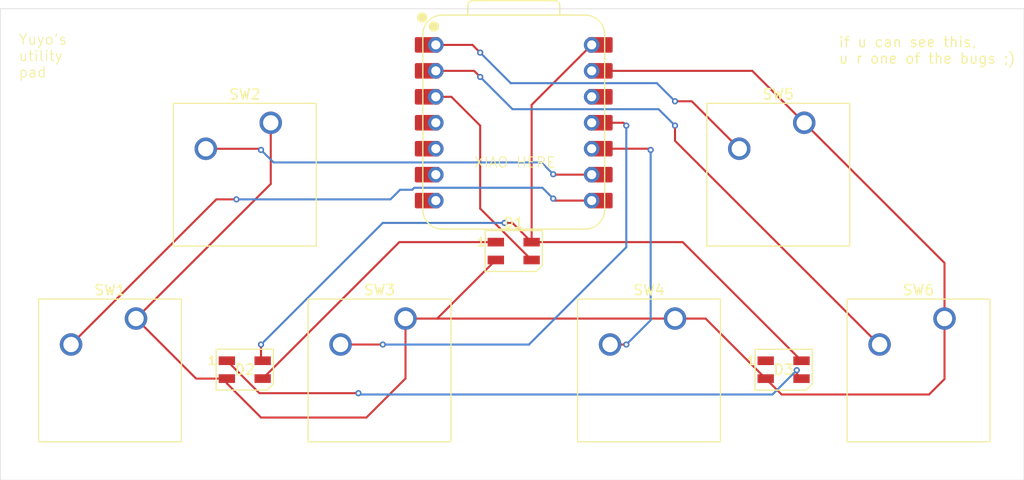
<source format=kicad_pcb>
(kicad_pcb (version 20241229) (generator "pcbnew") (generator_version "9.0")
  (layers (0 "F.Cu" signal) (2 "B.Cu" signal) (13 "F.Paste" user) (15 "B.Paste" user) (5 "F.SilkS" user "F.Silkscreen") (7 "B.SilkS" user "B.Silkscreen") (1 "F.Mask" user) (3 "B.Mask" user) (25 "Edge.Cuts" user))
  (net 0 "")
  (net 1 "GND")
  (net 2 "+5V")
  (net 3 "Net-(D1-DOUT)")
  (net 4 "Net-(D1-DIN)")
  (net 5 "Net-(D2-DOUT)")
  (net 7 "Net-(U1-GPIO1{slash}RX)")
  (net 8 "Net-(U1-GPIO2{slash}SCK)")
  (net 9 "Net-(U1-GPIO4{slash}MISO)")
  (net 10 "Net-(U1-GPIO3{slash}MOSI)")
  (net 11 "Net-(U1-GPIO26{slash}ADC0{slash}A0)")
  (net 12 "Net-(U1-GPIO27{slash}ADC1{slash}A1)")
  (footprint "Button_Switch_Keyboard:SW_Cherry_MX_1.00u_PCB" (layer "F.Cu") (at 204.94625 95.087756)
    (property "Reference" "SW6" (at -2.54 -2.794 0) (layer "F.SilkS"))
    (property "Value" "SW_Push")
    (fp_line (start -9.525 -1.905) (end 4.445 -1.905) (stroke (width 0.12)) (layer "F.SilkS"))
    (fp_line (start -9.525 12.065) (end -9.525 -1.905) (stroke (width 0.12)) (layer "F.SilkS"))
    (fp_line (start 4.445 -1.905) (end 4.445 12.065) (stroke (width 0.12)) (layer "F.SilkS"))
    (fp_line (start 4.445 12.065) (end -9.525 12.065) (stroke (width 0.12)) (layer "F.SilkS"))
    (pad "" np_thru_hole circle (at -7.62 5.08) (size 1.7 1.7) (drill 1.7) (layers "*.Cu" "*.Mask"))
    (pad "" np_thru_hole circle (at -2.54 5.08) (size 4 4) (drill 4) (layers "*.Cu" "*.Mask"))
    (pad "" np_thru_hole circle (at 2.54 5.08) (size 1.7 1.7) (drill 1.7) (layers "*.Cu" "*.Mask"))
    (pad "1" thru_hole circle (at 0 0) (size 2.2 2.2) (drill 1.5) (layers "*.Cu" "*.Mask") (net 1 "GND"))
    (pad "2" thru_hole circle (at -6.35 2.54) (size 2.2 2.2) (drill 1.5) (layers "*.Cu" "*.Mask") (net 12 "Net-(U1-GPIO27{slash}ADC1{slash}A1)"))
  )
  (footprint "Button_Switch_Keyboard:SW_Cherry_MX_1.00u_PCB" (layer "F.Cu") (at 125.889177 95.087756)
    (property "Reference" "SW1" (at -2.54 -2.794 0) (layer "F.SilkS"))
    (property "Value" "SW_Push")
    (fp_line (start -9.525 -1.905) (end 4.445 -1.905) (stroke (width 0.12)) (layer "F.SilkS"))
    (fp_line (start -9.525 12.065) (end -9.525 -1.905) (stroke (width 0.12)) (layer "F.SilkS"))
    (fp_line (start 4.445 -1.905) (end 4.445 12.065) (stroke (width 0.12)) (layer "F.SilkS"))
    (fp_line (start 4.445 12.065) (end -9.525 12.065) (stroke (width 0.12)) (layer "F.SilkS"))
    (pad "" np_thru_hole circle (at -7.62 5.08) (size 1.7 1.7) (drill 1.7) (layers "*.Cu" "*.Mask"))
    (pad "" np_thru_hole circle (at -2.54 5.08) (size 4 4) (drill 4) (layers "*.Cu" "*.Mask"))
    (pad "" np_thru_hole circle (at 2.54 5.08) (size 1.7 1.7) (drill 1.7) (layers "*.Cu" "*.Mask"))
    (pad "1" thru_hole circle (at 0 0) (size 2.2 2.2) (drill 1.5) (layers "*.Cu" "*.Mask") (net 1 "GND"))
    (pad "2" thru_hole circle (at -6.35 2.54) (size 2.2 2.2) (drill 1.5) (layers "*.Cu" "*.Mask") (net 7 "Net-(U1-GPIO1{slash}RX)"))
  )
  (footprint "Button_Switch_Keyboard:SW_Cherry_MX_1.00u_PCB" (layer "F.Cu") (at 139.065356 75.926871)
    (property "Reference" "SW2" (at -2.54 -2.794 0) (layer "F.SilkS"))
    (property "Value" "SW_Push")
    (fp_line (start -9.525 -1.905) (end 4.445 -1.905) (stroke (width 0.12)) (layer "F.SilkS"))
    (fp_line (start -9.525 12.065) (end -9.525 -1.905) (stroke (width 0.12)) (layer "F.SilkS"))
    (fp_line (start 4.445 -1.905) (end 4.445 12.065) (stroke (width 0.12)) (layer "F.SilkS"))
    (fp_line (start 4.445 12.065) (end -9.525 12.065) (stroke (width 0.12)) (layer "F.SilkS"))
    (pad "" np_thru_hole circle (at -7.62 5.08) (size 1.7 1.7) (drill 1.7) (layers "*.Cu" "*.Mask"))
    (pad "" np_thru_hole circle (at -2.54 5.08) (size 4 4) (drill 4) (layers "*.Cu" "*.Mask"))
    (pad "" np_thru_hole circle (at 2.54 5.08) (size 1.7 1.7) (drill 1.7) (layers "*.Cu" "*.Mask"))
    (pad "1" thru_hole circle (at 0 0) (size 2.2 2.2) (drill 1.5) (layers "*.Cu" "*.Mask") (net 1 "GND"))
    (pad "2" thru_hole circle (at -6.35 2.54) (size 2.2 2.2) (drill 1.5) (layers "*.Cu" "*.Mask") (net 8 "Net-(U1-GPIO2{slash}SCK)"))
  )
  (footprint "Button_Switch_Keyboard:SW_Cherry_MX_1.00u_PCB" (layer "F.Cu") (at 178.593892 95.087756)
    (property "Reference" "SW4" (at -2.54 -2.794 0) (layer "F.SilkS"))
    (property "Value" "SW_Push")
    (fp_line (start -9.525 -1.905) (end 4.445 -1.905) (stroke (width 0.12)) (layer "F.SilkS"))
    (fp_line (start -9.525 12.065) (end -9.525 -1.905) (stroke (width 0.12)) (layer "F.SilkS"))
    (fp_line (start 4.445 -1.905) (end 4.445 12.065) (stroke (width 0.12)) (layer "F.SilkS"))
    (fp_line (start 4.445 12.065) (end -9.525 12.065) (stroke (width 0.12)) (layer "F.SilkS"))
    (pad "" np_thru_hole circle (at -7.62 5.08) (size 1.7 1.7) (drill 1.7) (layers "*.Cu" "*.Mask"))
    (pad "" np_thru_hole circle (at -2.54 5.08) (size 4 4) (drill 4) (layers "*.Cu" "*.Mask"))
    (pad "" np_thru_hole circle (at 2.54 5.08) (size 1.7 1.7) (drill 1.7) (layers "*.Cu" "*.Mask"))
    (pad "1" thru_hole circle (at 0 0) (size 2.2 2.2) (drill 1.5) (layers "*.Cu" "*.Mask") (net 1 "GND"))
    (pad "2" thru_hole circle (at -6.35 2.54) (size 2.2 2.2) (drill 1.5) (layers "*.Cu" "*.Mask") (net 9 "Net-(U1-GPIO4{slash}MISO)"))
  )
  (footprint "LED_SMD:LED_SK6812MINI_PLCC4_3.5x3.5mm_P1.75mm" (layer "F.Cu") (at 189.213442 100.092776)
    (property "Reference" "D3" (at 0 0 0) (layer "F.SilkS"))
    (property "Value" "SK6812MINI")
    (fp_line (start -2.8 -2) (end -2.8 2) (stroke (width 0.12)) (layer "F.SilkS"))
    (fp_line (start -2.8 -2) (end 2.8 -2) (stroke (width 0.12)) (layer "F.SilkS"))
    (fp_line (start -2.8 2) (end 2.2 2) (stroke (width 0.12)) (layer "F.SilkS"))
    (fp_line (start 2.8 1.4) (end 2.2 2) (stroke (width 0.12)) (layer "F.SilkS"))
    (fp_line (start 2.8 1.4) (end 2.8 -2) (stroke (width 0.12)) (layer "F.SilkS"))
    (fp_text user "1" (at -3.2 -0.875 0) (layer "F.SilkS") (effects (font (size 0.8 0.8))))
    (pad "1" smd rect (at -1.75 -0.875) (size 1.6 0.85) (layers "F.Cu" "F.Mask" "F.Paste"))
    (pad "2" smd rect (at -1.75 0.875) (size 1.6 0.85) (layers "F.Cu" "F.Mask" "F.Paste") (net 1 "GND"))
    (pad "3" smd rect (at 1.75 0.875) (size 1.6 0.85) (layers "F.Cu" "F.Mask" "F.Paste") (net 5 "Net-(D2-DOUT)"))
    (pad "4" smd rect (at 1.75 -0.875) (size 1.6 0.85) (layers "F.Cu" "F.Mask" "F.Paste") (net 2 "+5V"))
  )
  (footprint "Button_Switch_Keyboard:SW_Cherry_MX_1.00u_PCB" (layer "F.Cu") (at 152.241535 95.087756)
    (property "Reference" "SW3" (at -2.54 -2.794 0) (layer "F.SilkS"))
    (property "Value" "SW_Push")
    (fp_line (start -9.525 -1.905) (end 4.445 -1.905) (stroke (width 0.12)) (layer "F.SilkS"))
    (fp_line (start -9.525 12.065) (end -9.525 -1.905) (stroke (width 0.12)) (layer "F.SilkS"))
    (fp_line (start 4.445 -1.905) (end 4.445 12.065) (stroke (width 0.12)) (layer "F.SilkS"))
    (fp_line (start 4.445 12.065) (end -9.525 12.065) (stroke (width 0.12)) (layer "F.SilkS"))
    (pad "" np_thru_hole circle (at -7.62 5.08) (size 1.7 1.7) (drill 1.7) (layers "*.Cu" "*.Mask"))
    (pad "" np_thru_hole circle (at -2.54 5.08) (size 4 4) (drill 4) (layers "*.Cu" "*.Mask"))
    (pad "" np_thru_hole circle (at 2.54 5.08) (size 1.7 1.7) (drill 1.7) (layers "*.Cu" "*.Mask"))
    (pad "1" thru_hole circle (at 0 0) (size 2.2 2.2) (drill 1.5) (layers "*.Cu" "*.Mask") (net 1 "GND"))
    (pad "2" thru_hole circle (at -6.35 2.54) (size 2.2 2.2) (drill 1.5) (layers "*.Cu" "*.Mask") (net 10 "Net-(U1-GPIO3{slash}MOSI)"))
  )
  (footprint "Button_Switch_Keyboard:SW_Cherry_MX_1.00u_PCB" (layer "F.Cu") (at 191.22793 75.922673)
    (property "Reference" "SW5" (at -2.54 -2.794 0) (layer "F.SilkS"))
    (property "Value" "SW_Push")
    (fp_line (start -9.525 -1.905) (end 4.445 -1.905) (stroke (width 0.12)) (layer "F.SilkS"))
    (fp_line (start -9.525 12.065) (end -9.525 -1.905) (stroke (width 0.12)) (layer "F.SilkS"))
    (fp_line (start 4.445 -1.905) (end 4.445 12.065) (stroke (width 0.12)) (layer "F.SilkS"))
    (fp_line (start 4.445 12.065) (end -9.525 12.065) (stroke (width 0.12)) (layer "F.SilkS"))
    (pad "" np_thru_hole circle (at -7.62 5.08) (size 1.7 1.7) (drill 1.7) (layers "*.Cu" "*.Mask"))
    (pad "" np_thru_hole circle (at -2.54 5.08) (size 4 4) (drill 4) (layers "*.Cu" "*.Mask"))
    (pad "" np_thru_hole circle (at 2.54 5.08) (size 1.7 1.7) (drill 1.7) (layers "*.Cu" "*.Mask"))
    (pad "1" thru_hole circle (at 0 0) (size 2.2 2.2) (drill 1.5) (layers "*.Cu" "*.Mask") (net 1 "GND"))
    (pad "2" thru_hole circle (at -6.35 2.54) (size 2.2 2.2) (drill 1.5) (layers "*.Cu" "*.Mask") (net 11 "Net-(U1-GPIO26{slash}ADC0{slash}A0)"))
  )
  (footprint "LED_SMD:LED_SK6812MINI_PLCC4_3.5x3.5mm_P1.75mm" (layer "F.Cu") (at 162.824763 88.478778)
    (property "Reference" "D1" (at 0 -2.75 0) (layer "F.SilkS"))
    (property "Value" "SK6812MINI")
    (fp_line (start -2.8 -2) (end -2.8 2) (stroke (width 0.12)) (layer "F.SilkS"))
    (fp_line (start -2.8 -2) (end 2.8 -2) (stroke (width 0.12)) (layer "F.SilkS"))
    (fp_line (start -2.8 2) (end 2.2 2) (stroke (width 0.12)) (layer "F.SilkS"))
    (fp_line (start 2.8 1.4) (end 2.2 2) (stroke (width 0.12)) (layer "F.SilkS"))
    (fp_line (start 2.8 1.4) (end 2.8 -2) (stroke (width 0.12)) (layer "F.SilkS"))
    (fp_text user "1" (at -3.2 -0.875 0) (layer "F.SilkS") (effects (font (size 0.8 0.8))))
    (pad "1" smd rect (at -1.75 -0.875) (size 1.6 0.85) (layers "F.Cu" "F.Mask" "F.Paste") (net 3 "Net-(D1-DOUT)"))
    (pad "2" smd rect (at -1.75 0.875) (size 1.6 0.85) (layers "F.Cu" "F.Mask" "F.Paste") (net 1 "GND"))
    (pad "3" smd rect (at 1.75 0.875) (size 1.6 0.85) (layers "F.Cu" "F.Mask" "F.Paste") (net 4 "Net-(D1-DIN)"))
    (pad "4" smd rect (at 1.75 -0.875) (size 1.6 0.85) (layers "F.Cu" "F.Mask" "F.Paste") (net 2 "+5V"))
  )
  (footprint "sos:XIAO-RP2040-DIP" (layer "F.Cu") (at 162.824763 75.920217)
    (property "Reference" "U1" (hide yes))
    (property "Value" "XIAO-RP2040-DIP")
    (fp_line (start -8.89 8.509) (end -8.89 -8.636) (stroke (width 0.127)) (layer "F.SilkS"))
    (fp_line (start -6.985 10.414) (end 6.985 10.414) (stroke (width 0.127)) (layer "F.SilkS"))
    (fp_line (start -4.495 -10.541) (end -4.491272 -11.451272) (stroke (width 0.127)) (layer "F.SilkS"))
    (fp_line (start -3.991272 -11.951) (end 4.004 -11.951) (stroke (width 0.127)) (layer "F.SilkS"))
    (fp_line (start 4.504 -11.451) (end 4.504 -10.541) (stroke (width 0.127)) (layer "F.SilkS"))
    (fp_line (start 6.985 -10.541) (end -6.985 -10.541) (stroke (width 0.1)) (layer "F.SilkS"))
    (fp_line (start 6.985 -10.541) (end -6.985 -10.541) (stroke (width 0.127)) (layer "F.SilkS"))
    (fp_line (start 8.89 8.509) (end 8.89 -8.636) (stroke (width 0.127)) (layer "F.SilkS"))
    (fp_arc (start -8.89 -8.636) (mid -8.332038 -9.983038) (end -6.985 -10.541) (stroke (width 0.127)) (layer "F.SilkS"))
    (fp_arc (start -6.985 10.414) (mid -8.332038 9.856038) (end -8.89 8.509) (stroke (width 0.127)) (layer "F.SilkS"))
    (fp_arc (start -4.491272 -11.451272) (mid -4.344728 -11.80464) (end -3.991272 -11.951) (stroke (width 0.127)) (layer "F.SilkS"))
    (fp_arc (start 4.004 -11.951) (mid 4.357553 -11.804553) (end 4.504 -11.451) (stroke (width 0.127)) (layer "F.SilkS"))
    (fp_arc (start 6.985 -10.541) (mid 8.332038 -9.983038) (end 8.89 -8.636) (stroke (width 0.127)) (layer "F.SilkS"))
    (fp_arc (start 8.89 8.509) (mid 8.332038 9.856038) (end 6.985 10.414) (stroke (width 0.127)) (layer "F.SilkS"))
    (fp_circle (center -8.95 -10.3) (end -8.95 -10.554) (stroke (width 0.5)) (fill yes) (layer "F.SilkS"))
    (fp_circle (center -7.807 -9.42) (end -7.807 -9.674) (stroke (width 0.5)) (fill yes) (layer "F.SilkS"))
    (pad "1" smd roundrect (at -8.455 -7.62 180) (size 2.432 1.524) (layers "F.Cu" "F.Mask") (roundrect_rratio 0.1) (net 11 "Net-(U1-GPIO26{slash}ADC0{slash}A0)"))
    (pad "1" thru_hole circle (at -7.62 -7.62 180) (size 1.524 1.524) (drill 0.889) (layers "*.Cu" "*.Mask") (net 11 "Net-(U1-GPIO26{slash}ADC0{slash}A0)"))
    (pad "2" smd roundrect (at -8.455 -5.08 180) (size 2.432 1.524) (layers "F.Cu" "F.Mask") (roundrect_rratio 0.1) (net 12 "Net-(U1-GPIO27{slash}ADC1{slash}A1)"))
    (pad "2" thru_hole circle (at -7.62 -5.08 180) (size 1.524 1.524) (drill 0.889) (layers "*.Cu" "*.Mask") (net 12 "Net-(U1-GPIO27{slash}ADC1{slash}A1)"))
    (pad "3" smd roundrect (at -8.455 -2.54 180) (size 2.432 1.524) (layers "F.Cu" "F.Mask") (roundrect_rratio 0.1) (net 4 "Net-(D1-DIN)"))
    (pad "3" thru_hole circle (at -7.62 -2.54 180) (size 1.524 1.524) (drill 0.889) (layers "*.Cu" "*.Mask") (net 4 "Net-(D1-DIN)"))
    (pad "4" smd roundrect (at -8.455 0 180) (size 2.432 1.524) (layers "F.Cu" "F.Mask") (roundrect_rratio 0.1))
    (pad "4" thru_hole circle (at -7.62 0 180) (size 1.524 1.524) (drill 0.889) (layers "*.Cu" "*.Mask"))
    (pad "5" smd roundrect (at -8.455 2.54 180) (size 2.432 1.524) (layers "F.Cu" "F.Mask") (roundrect_rratio 0.1))
    (pad "5" thru_hole circle (at -7.62 2.54 180) (size 1.524 1.524) (drill 0.889) (layers "*.Cu" "*.Mask"))
    (pad "6" smd roundrect (at -8.455 5.08 180) (size 2.432 1.524) (layers "F.Cu" "F.Mask") (roundrect_rratio 0.1))
    (pad "6" thru_hole circle (at -7.62 5.08 180) (size 1.524 1.524) (drill 0.889) (layers "*.Cu" "*.Mask"))
    (pad "7" smd roundrect (at -8.455 7.62 180) (size 2.432 1.524) (layers "F.Cu" "F.Mask") (roundrect_rratio 0.1))
    (pad "7" thru_hole circle (at -7.62 7.62 180) (size 1.524 1.524) (drill 0.889) (layers "*.Cu" "*.Mask"))
    (pad "8" thru_hole circle (at 7.62 7.62) (size 1.524 1.524) (drill 0.889) (layers "*.Cu" "*.Mask") (net 7 "Net-(U1-GPIO1{slash}RX)"))
    (pad "8" smd roundrect (at 8.455 7.62) (size 2.432 1.524) (layers "F.Cu" "F.Mask") (roundrect_rratio 0.1) (net 7 "Net-(U1-GPIO1{slash}RX)"))
    (pad "9" thru_hole circle (at 7.62 5.08) (size 1.524 1.524) (drill 0.889) (layers "*.Cu" "*.Mask") (net 8 "Net-(U1-GPIO2{slash}SCK)"))
    (pad "9" smd roundrect (at 8.455 5.08) (size 2.432 1.524) (layers "F.Cu" "F.Mask") (roundrect_rratio 0.1) (net 8 "Net-(U1-GPIO2{slash}SCK)"))
    (pad "10" thru_hole circle (at 7.62 2.54) (size 1.524 1.524) (drill 0.889) (layers "*.Cu" "*.Mask") (net 9 "Net-(U1-GPIO4{slash}MISO)"))
    (pad "10" smd roundrect (at 8.455 2.54) (size 2.432 1.524) (layers "F.Cu" "F.Mask") (roundrect_rratio 0.1) (net 9 "Net-(U1-GPIO4{slash}MISO)"))
    (pad "11" thru_hole circle (at 7.62 0) (size 1.524 1.524) (drill 0.889) (layers "*.Cu" "*.Mask") (net 10 "Net-(U1-GPIO3{slash}MOSI)"))
    (pad "11" smd roundrect (at 8.455 0) (size 2.432 1.524) (layers "F.Cu" "F.Mask") (roundrect_rratio 0.1) (net 10 "Net-(U1-GPIO3{slash}MOSI)"))
    (pad "12" thru_hole circle (at 7.62 -2.54) (size 1.524 1.524) (drill 0.889) (layers "*.Cu" "*.Mask"))
    (pad "12" smd roundrect (at 8.455 -2.54) (size 2.432 1.524) (layers "F.Cu" "F.Mask") (roundrect_rratio 0.1))
    (pad "13" thru_hole circle (at 7.62 -5.08) (size 1.524 1.524) (drill 0.889) (layers "*.Cu" "*.Mask") (net 1 "GND"))
    (pad "13" smd roundrect (at 8.455 -5.08) (size 2.432 1.524) (layers "F.Cu" "F.Mask") (roundrect_rratio 0.1) (net 1 "GND"))
    (pad "14" thru_hole circle (at 7.62 -7.62) (size 1.524 1.524) (drill 0.889) (layers "*.Cu" "*.Mask") (net 2 "+5V"))
    (pad "14" smd roundrect (at 8.455 -7.62) (size 2.432 1.524) (layers "F.Cu" "F.Mask") (roundrect_rratio 0.1) (net 2 "+5V"))
  )
  (footprint "LED_SMD:LED_SK6812MINI_PLCC4_3.5x3.5mm_P1.75mm" (layer "F.Cu") (at 136.525356 100.088577)
    (property "Reference" "D2" (at 0 0 0) (layer "F.SilkS"))
    (property "Value" "SK6812MINI")
    (fp_line (start -2.8 -2) (end -2.8 2) (stroke (width 0.12)) (layer "F.SilkS"))
    (fp_line (start -2.8 -2) (end 2.8 -2) (stroke (width 0.12)) (layer "F.SilkS"))
    (fp_line (start -2.8 2) (end 2.2 2) (stroke (width 0.12)) (layer "F.SilkS"))
    (fp_line (start 2.8 1.4) (end 2.2 2) (stroke (width 0.12)) (layer "F.SilkS"))
    (fp_line (start 2.8 1.4) (end 2.8 -2) (stroke (width 0.12)) (layer "F.SilkS"))
    (fp_text user "1" (at -3.2 -0.875 0) (layer "F.SilkS") (effects (font (size 0.8 0.8))))
    (pad "1" smd rect (at -1.75 -0.875) (size 1.6 0.85) (layers "F.Cu" "F.Mask" "F.Paste") (net 5 "Net-(D2-DOUT)"))
    (pad "2" smd rect (at -1.75 0.875) (size 1.6 0.85) (layers "F.Cu" "F.Mask" "F.Paste") (net 1 "GND"))
    (pad "3" smd rect (at 1.75 0.875) (size 1.6 0.85) (layers "F.Cu" "F.Mask" "F.Paste") (net 3 "Net-(D1-DOUT)"))
    (pad "4" smd rect (at 1.75 -0.875) (size 1.6 0.85) (layers "F.Cu" "F.Mask" "F.Paste") (net 2 "+5V"))
  )
  (gr_rect (start 112.616289 64.76579) (end 212.71687 110.893739) (stroke (width 0.05)) (fill no) (layer "Edge.Cuts"))
  (gr_text "XIAO HERE" (at 158.884815 80.385932 0) (layer "F.SilkS") (effects (font (size 1 1) (thickness 0.1)) (justify left bottom)))
  (gr_text "if u can see this, \nu r one of the bugs ;)" (at 194.544473 70.213635 0) (layer "F.SilkS") (effects (font (size 1 1) (thickness 0.125)) (justify left bottom)))
  (gr_text "Yuyo's\nutility\npad" (at 114.360416 71.572687 0) (layer "F.SilkS") (effects (font (size 1 1) (thickness 0.1)) (justify left bottom)))
  (segment (start 134.775356 101.437856) (end 134.775356 100.963577) (width 0.2) (layer "F.Cu") (net 1))
  (segment (start 138.1125 104.775) (end 134.775356 101.437856) (width 0.2) (layer "F.Cu") (net 1))
  (segment (start 155.340785 95.087756) (end 178.593892 95.087756) (width 0.2) (layer "F.Cu") (net 1))
  (segment (start 152.241535 100.952572) (end 148.419107 104.775) (width 0.2) (layer "F.Cu") (net 1))
  (segment (start 155.340785 95.087756) (end 161.074763 89.353778) (width 0.2) (layer "F.Cu") (net 1))
  (segment (start 134.775356 100.963577) (end 131.764998 100.963577) (width 0.2) (layer "F.Cu") (net 1))
  (segment (start 203.43678 102.518756) (end 204.94625 101.009286) (width 0.2) (layer "F.Cu") (net 1))
  (segment (start 152.241535 95.087756) (end 152.241535 100.952572) (width 0.2) (layer "F.Cu") (net 1))
  (segment (start 181.583422 95.087756) (end 187.463442 100.967776) (width 0.2) (layer "F.Cu") (net 1))
  (segment (start 187.463442 100.967776) (end 189.014422 102.518756) (width 0.2) (layer "F.Cu") (net 1))
  (segment (start 152.241535 95.087756) (end 152.241535 95.091535) (width 0.2) (layer "F.Cu") (net 1))
  (segment (start 125.889177 95.087756) (end 139.065356 81.911577) (width 0.2) (layer "F.Cu") (net 1))
  (segment (start 204.94625 101.009286) (end 204.94625 95.087756) (width 0.2) (layer "F.Cu") (net 1))
  (segment (start 204.94625 95.087756) (end 204.94625 89.640993) (width 0.2) (layer "F.Cu") (net 1))
  (segment (start 148.419107 104.775) (end 138.1125 104.775) (width 0.2) (layer "F.Cu") (net 1))
  (segment (start 178.593892 95.087756) (end 181.583422 95.087756) (width 0.2) (layer "F.Cu") (net 1))
  (segment (start 191.22793 75.922673) (end 186.145474 70.840217) (width 0.2) (layer "F.Cu") (net 1))
  (segment (start 131.764998 100.963577) (end 125.889177 95.087756) (width 0.2) (layer "F.Cu") (net 1))
  (segment (start 189.014422 102.518756) (end 203.43678 102.518756) (width 0.2) (layer "F.Cu") (net 1))
  (segment (start 139.065356 81.911577) (end 139.065356 75.926871) (width 0.2) (layer "F.Cu") (net 1))
  (segment (start 152.241535 95.087756) (end 155.340785 95.087756) (width 0.2) (layer "F.Cu") (net 1))
  (segment (start 152.241535 95.091535) (end 152.4 95.25) (width 0.2) (layer "F.Cu") (net 1))
  (segment (start 204.94625 89.640993) (end 191.22793 75.922673) (width 0.2) (layer "F.Cu") (net 1))
  (segment (start 186.145474 70.840217) (end 171.279763 70.840217) (width 0.2) (layer "F.Cu") (net 1))
  (segment (start 164.574763 74.170217) (end 170.444763 68.300217) (width 0.2) (layer "F.Cu") (net 2))
  (segment (start 164.574763 87.603778) (end 162.695985 85.725) (width 0.2) (layer "F.Cu") (net 2))
  (segment (start 162.695985 85.725) (end 161.925 85.725) (width 0.2) (layer "F.Cu") (net 2))
  (segment (start 138.1125 99.050721) (end 138.275356 99.213577) (width 0.2) (layer "F.Cu") (net 2))
  (segment (start 164.574763 87.603778) (end 179.349444 87.603778) (width 0.2) (layer "F.Cu") (net 2))
  (segment (start 179.349444 87.603778) (end 190.963442 99.217776) (width 0.2) (layer "F.Cu") (net 2))
  (segment (start 138.1125 97.63125) (end 138.1125 99.050721) (width 0.2) (layer "F.Cu") (net 2))
  (segment (start 164.574763 87.603778) (end 164.574763 74.170217) (width 0.2) (layer "F.Cu") (net 2))
  (via (at 161.925 85.725) (size 0.6) (drill 0.3) (layers "F.Cu" "B.Cu") (net 2))
  (via (at 138.1125 97.63125) (size 0.6) (drill 0.3) (layers "F.Cu" "B.Cu") (net 2))
  (segment (start 150.01875 85.725) (end 138.1125 97.63125) (width 0.2) (layer "B.Cu") (net 2))
  (segment (start 161.925 85.725) (end 150.01875 85.725) (width 0.2) (layer "B.Cu") (net 2))
  (segment (start 151.635155 87.603778) (end 138.275356 100.963577) (width 0.2) (layer "F.Cu") (net 3))
  (segment (start 161.074763 87.603778) (end 151.635155 87.603778) (width 0.2) (layer "F.Cu") (net 3))
  (segment (start 159.54375 76.2) (end 156.723967 73.380217) (width 0.2) (layer "F.Cu") (net 4))
  (segment (start 159.54375 84.322765) (end 159.54375 76.2) (width 0.2) (layer "F.Cu") (net 4))
  (segment (start 164.574763 89.353778) (end 159.54375 84.322765) (width 0.2) (layer "F.Cu") (net 4))
  (segment (start 156.723967 73.380217) (end 155.204763 73.380217) (width 0.2) (layer "F.Cu") (net 4))
  (segment (start 137.955529 102.39375) (end 147.6375 102.39375) (width 0.2) (layer "F.Cu") (net 5))
  (segment (start 190.5 100.504334) (end 190.963442 100.967776) (width 0.2) (layer "F.Cu") (net 5))
  (segment (start 134.775356 99.213577) (end 137.955529 102.39375) (width 0.2) (layer "F.Cu") (net 5))
  (segment (start 190.5 100.142778) (end 190.5 100.504334) (width 0.2) (layer "F.Cu") (net 5))
  (via (at 147.6375 102.39375) (size 0.6) (drill 0.3) (layers "F.Cu" "B.Cu") (net 5))
  (via (at 190.5 100.142778) (size 0.6) (drill 0.3) (layers "F.Cu" "B.Cu") (net 5))
  (segment (start 147.762506 102.518756) (end 188.124022 102.518756) (width 0.2) (layer "B.Cu") (net 5))
  (segment (start 188.124022 102.518756) (end 190.5 100.142778) (width 0.2) (layer "B.Cu") (net 5))
  (segment (start 147.6375 102.39375) (end 147.762506 102.518756) (width 0.2) (layer "B.Cu") (net 5))
  (segment (start 133.745655 83.421278) (end 135.704905 83.421278) (width 0.2) (layer "F.Cu") (net 7))
  (segment (start 166.6875 83.34375) (end 166.883967 83.540217) (width 0.2) (layer "F.Cu") (net 7))
  (segment (start 119.539177 97.627756) (end 133.745655 83.421278) (width 0.2) (layer "F.Cu") (net 7))
  (segment (start 166.883967 83.540217) (end 171.279763 83.540217) (width 0.2) (layer "F.Cu") (net 7))
  (via (at 135.704905 83.421278) (size 0.6) (drill 0.3) (layers "F.Cu" "B.Cu") (net 7))
  (via (at 166.6875 83.34375) (size 0.6) (drill 0.3) (layers "F.Cu" "B.Cu") (net 7))
  (segment (start 152.902223 82.477217) (end 153.097307 82.282133) (width 0.2) (layer "B.Cu") (net 7))
  (segment (start 153.097307 82.282133) (end 165.625883 82.282133) (width 0.2) (layer "B.Cu") (net 7))
  (segment (start 151.715361 82.477217) (end 152.902223 82.477217) (width 0.2) (layer "B.Cu") (net 7))
  (segment (start 135.704905 83.421278) (end 150.7713 83.421278) (width 0.2) (layer "B.Cu") (net 7))
  (segment (start 150.7713 83.421278) (end 151.715361 82.477217) (width 0.2) (layer "B.Cu") (net 7))
  (segment (start 165.625883 82.282133) (end 166.6875 83.34375) (width 0.2) (layer "B.Cu") (net 7))
  (segment (start 137.998121 78.466871) (end 138.1125 78.58125) (width 0.2) (layer "F.Cu") (net 8))
  (segment (start 132.715356 78.466871) (end 137.998121 78.466871) (width 0.2) (layer "F.Cu") (net 8))
  (segment (start 166.725217 81.000217) (end 170.444763 81.000217) (width 0.2) (layer "F.Cu") (net 8))
  (segment (start 166.6875 80.9625) (end 166.725217 81.000217) (width 0.2) (layer "F.Cu") (net 8))
  (via (at 166.6875 80.9625) (size 0.6) (drill 0.3) (layers "F.Cu" "B.Cu") (net 8))
  (via (at 138.1125 78.58125) (size 0.6) (drill 0.3) (layers "F.Cu" "B.Cu") (net 8))
  (segment (start 139.337121 79.805871) (end 165.530871 79.805871) (width 0.2) (layer "B.Cu") (net 8))
  (segment (start 138.1125 78.58125) (end 139.337121 79.805871) (width 0.2) (layer "B.Cu") (net 8))
  (segment (start 165.530871 79.805871) (end 166.6875 80.9625) (width 0.2) (layer "B.Cu") (net 8))
  (segment (start 172.243892 97.627756) (end 173.827756 97.627756) (width 0.2) (layer "F.Cu") (net 9))
  (segment (start 176.2125 78.58125) (end 176.091467 78.460217) (width 0.2) (layer "F.Cu") (net 9))
  (segment (start 173.827756 97.627756) (end 173.83125 97.63125) (width 0.2) (layer "F.Cu") (net 9))
  (segment (start 176.091467 78.460217) (end 171.279763 78.460217) (width 0.2) (layer "F.Cu") (net 9))
  (via (at 173.83125 97.63125) (size 0.6) (drill 0.3) (layers "F.Cu" "B.Cu") (net 9))
  (via (at 176.2125 78.58125) (size 0.6) (drill 0.3) (layers "F.Cu" "B.Cu") (net 9))
  (segment (start 176.2125 95.25) (end 176.2125 78.58125) (width 0.2) (layer "B.Cu") (net 9))
  (segment (start 173.83125 97.63125) (end 176.2125 95.25) (width 0.2) (layer "B.Cu") (net 9))
  (segment (start 145.891535 97.627756) (end 150.015256 97.627756) (width 0.2) (layer "F.Cu") (net 10))
  (segment (start 173.83125 76.2) (end 173.551467 75.920217) (width 0.2) (layer "F.Cu") (net 10))
  (segment (start 150.015256 97.627756) (end 150.01875 97.63125) (width 0.2) (layer "F.Cu") (net 10))
  (segment (start 173.551467 75.920217) (end 171.279763 75.920217) (width 0.2) (layer "F.Cu") (net 10))
  (via (at 150.01875 97.63125) (size 0.6) (drill 0.3) (layers "F.Cu" "B.Cu") (net 10))
  (via (at 173.83125 76.2) (size 0.6) (drill 0.3) (layers "F.Cu" "B.Cu") (net 10))
  (segment (start 173.83125 88.10625) (end 173.83125 76.2) (width 0.2) (layer "B.Cu") (net 10))
  (segment (start 171.45 90.4875) (end 173.83125 88.10625) (width 0.2) (layer "B.Cu") (net 10))
  (segment (start 150.01875 97.63125) (end 164.30625 97.63125) (width 0.2) (layer "B.Cu") (net 10))
  (segment (start 164.30625 97.63125) (end 171.45 90.4875) (width 0.2) (layer "B.Cu") (net 10))
  (segment (start 180.234007 73.81875) (end 178.59375 73.81875) (width 0.2) (layer "F.Cu") (net 11))
  (segment (start 159.54375 69.05625) (end 158.787717 68.300217) (width 0.2) (layer "F.Cu") (net 11))
  (segment (start 184.87793 78.462673) (end 180.234007 73.81875) (width 0.2) (layer "F.Cu") (net 11))
  (segment (start 158.787717 68.300217) (end 155.204763 68.300217) (width 0.2) (layer "F.Cu") (net 11))
  (via (at 178.59375 73.81875) (size 0.6) (drill 0.3) (layers "F.Cu" "B.Cu") (net 11))
  (via (at 159.54375 69.05625) (size 0.6) (drill 0.3) (layers "F.Cu" "B.Cu") (net 11))
  (segment (start 162.534319 72.046819) (end 159.54375 69.05625) (width 0.2) (layer "B.Cu") (net 11))
  (segment (start 176.821819 72.046819) (end 162.534319 72.046819) (width 0.2) (layer "B.Cu") (net 11))
  (segment (start 178.59375 73.81875) (end 176.821819 72.046819) (width 0.2) (layer "B.Cu") (net 11))
  (segment (start 198.534543 97.627756) (end 198.59625 97.627756) (width 0.2) (layer "F.Cu") (net 12))
  (segment (start 155.204763 70.840217) (end 158.946467 70.840217) (width 0.2) (layer "F.Cu") (net 12))
  (segment (start 178.59375 77.686963) (end 198.534543 97.627756) (width 0.2) (layer "F.Cu") (net 12))
  (segment (start 178.59375 76.2) (end 178.59375 77.686963) (width 0.2) (layer "F.Cu") (net 12))
  (segment (start 158.946467 70.840217) (end 159.54375 71.4375) (width 0.2) (layer "F.Cu") (net 12))
  (via (at 178.59375 76.2) (size 0.6) (drill 0.3) (layers "F.Cu" "B.Cu") (net 12))
  (via (at 159.54375 71.4375) (size 0.6) (drill 0.3) (layers "F.Cu" "B.Cu") (net 12))
  (segment (start 159.54375 71.4375) (end 162.700817 74.594567) (width 0.2) (layer "B.Cu") (net 12))
  (segment (start 162.700817 74.594567) (end 176.988317 74.594567) (width 0.2) (layer "B.Cu") (net 12))
  (segment (start 176.988317 74.594567) (end 178.59375 76.2) (width 0.2) (layer "B.Cu") (net 12))
)
</source>
